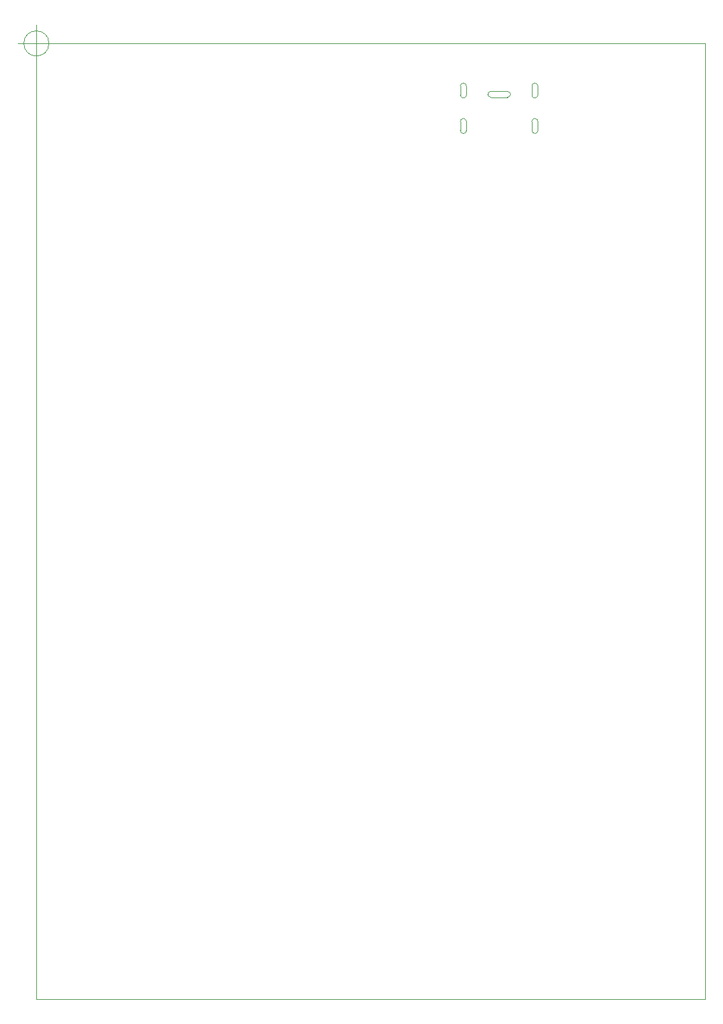
<source format=gbr>
G04 #@! TF.GenerationSoftware,KiCad,Pcbnew,(5.0.0)*
G04 #@! TF.CreationDate,2020-11-12T12:13:27-08:00*
G04 #@! TF.ProjectId,Valve_Monitor_ArduinoNano,56616C76655F4D6F6E69746F725F4172,rev?*
G04 #@! TF.SameCoordinates,Original*
G04 #@! TF.FileFunction,Profile,NP*
%FSLAX46Y46*%
G04 Gerber Fmt 4.6, Leading zero omitted, Abs format (unit mm)*
G04 Created by KiCad (PCBNEW (5.0.0)) date 11/12/20 12:13:27*
%MOMM*%
%LPD*%
G01*
G04 APERTURE LIST*
%ADD10C,0.100000*%
G04 #@! TA.AperFunction,NonConductor*
%ADD11C,0.001000*%
G04 #@! TD*
G04 APERTURE END LIST*
D10*
X29606666Y-38862000D02*
G75*
G03X29606666Y-38862000I-1666666J0D01*
G01*
X25440000Y-38862000D02*
X30440000Y-38862000D01*
X27940000Y-36362000D02*
X27940000Y-41362000D01*
X29606666Y-38862000D02*
G75*
G03X29606666Y-38862000I-1666666J0D01*
G01*
X25440000Y-38862000D02*
X30440000Y-38862000D01*
X27940000Y-36362000D02*
X27940000Y-41362000D01*
X29606666Y-38862000D02*
G75*
G03X29606666Y-38862000I-1666666J0D01*
G01*
X25440000Y-38862000D02*
X30440000Y-38862000D01*
X27940000Y-36362000D02*
X27940000Y-41362000D01*
X27940000Y-165862000D02*
X27940000Y-38862000D01*
X116840000Y-165862000D02*
X27940000Y-165862000D01*
X116840000Y-38880600D02*
X116840000Y-165862000D01*
X27940000Y-38862000D02*
X116840000Y-38862000D01*
D11*
G04 #@! TO.C,J1*
X93791000Y-50428000D02*
X93791000Y-49228000D01*
X94191000Y-50828000D02*
G75*
G02X93791000Y-50428000I0J400000D01*
G01*
X94591000Y-50428000D02*
G75*
G02X94191000Y-50828000I-400000J0D01*
G01*
X94591000Y-49228000D02*
X94591000Y-50428000D01*
X94191000Y-48828000D02*
G75*
G02X94591000Y-49228000I0J-400000D01*
G01*
X93791000Y-49228000D02*
G75*
G02X94191000Y-48828000I400000J0D01*
G01*
X84291000Y-50428000D02*
X84291000Y-49228000D01*
X84691000Y-50828000D02*
G75*
G02X84291000Y-50428000I0J400000D01*
G01*
X85091000Y-50428000D02*
G75*
G02X84691000Y-50828000I-400000J0D01*
G01*
X85091000Y-49228000D02*
X85091000Y-50428000D01*
X84691000Y-48828000D02*
G75*
G02X85091000Y-49228000I0J-400000D01*
G01*
X84291000Y-49228000D02*
G75*
G02X84691000Y-48828000I400000J0D01*
G01*
X93791000Y-45728000D02*
X93791000Y-44528000D01*
X94191000Y-46128000D02*
G75*
G02X93791000Y-45728000I0J400000D01*
G01*
X94591000Y-45728000D02*
G75*
G02X94191000Y-46128000I-400000J0D01*
G01*
X94591000Y-44528000D02*
X94591000Y-45728000D01*
X94191000Y-44128000D02*
G75*
G02X94591000Y-44528000I0J-400000D01*
G01*
X93791000Y-44528000D02*
G75*
G02X94191000Y-44128000I400000J0D01*
G01*
X90541000Y-46028000D02*
X88341000Y-46028000D01*
X90941000Y-45628000D02*
G75*
G02X90541000Y-46028000I-400000J0D01*
G01*
X90541000Y-45228000D02*
G75*
G02X90941000Y-45628000I0J-400000D01*
G01*
X88341000Y-45228000D02*
X90541000Y-45228000D01*
X87941000Y-45628000D02*
G75*
G02X88341000Y-45228000I400000J0D01*
G01*
X88341000Y-46028000D02*
G75*
G02X87941000Y-45628000I0J400000D01*
G01*
X84291000Y-45728000D02*
X84291000Y-44528000D01*
X84691000Y-46128000D02*
G75*
G02X84291000Y-45728000I0J400000D01*
G01*
X85091000Y-45728000D02*
G75*
G02X84691000Y-46128000I-400000J0D01*
G01*
X85091000Y-44528000D02*
X85091000Y-45728000D01*
X84691000Y-44128000D02*
G75*
G02X85091000Y-44528000I0J-400000D01*
G01*
X84291000Y-44528000D02*
G75*
G02X84691000Y-44128000I400000J0D01*
G01*
G04 #@! TD*
M02*

</source>
